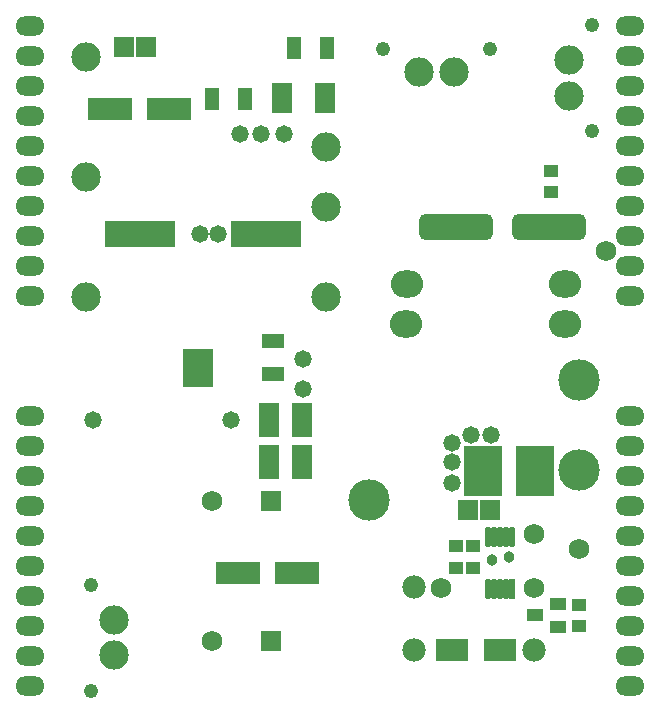
<source format=gbs>
G04*
G04 #@! TF.GenerationSoftware,Altium Limited,Altium Designer,20.1.12 (249)*
G04*
G04 Layer_Color=16711935*
%FSLAX25Y25*%
%MOIN*%
G70*
G04*
G04 #@! TF.SameCoordinates,52F10900-DB58-4C41-AEEA-7F3F7A3DCA95*
G04*
G04*
G04 #@! TF.FilePolarity,Negative*
G04*
G01*
G75*
%ADD24R,0.10249X0.13005*%
%ADD25R,0.04540X0.04343*%
%ADD29C,0.13800*%
%ADD30C,0.07800*%
%ADD31O,0.09760X0.06400*%
%ADD32C,0.09800*%
%ADD33C,0.04800*%
G04:AMPARAMS|DCode=34|XSize=248mil|YSize=88mil|CornerRadius=24mil|HoleSize=0mil|Usage=FLASHONLY|Rotation=0.000|XOffset=0mil|YOffset=0mil|HoleType=Round|Shape=RoundedRectangle|*
%AMROUNDEDRECTD34*
21,1,0.24800,0.04000,0,0,0.0*
21,1,0.20000,0.08800,0,0,0.0*
1,1,0.04800,0.10000,-0.02000*
1,1,0.04800,-0.10000,-0.02000*
1,1,0.04800,-0.10000,0.02000*
1,1,0.04800,0.10000,0.02000*
%
%ADD34ROUNDEDRECTD34*%
%ADD35O,0.10800X0.09100*%
%ADD36C,0.06800*%
%ADD37R,0.06800X0.06800*%
%ADD38C,0.03800*%
%ADD39C,0.05800*%
%ADD90R,0.10642X0.07493*%
%ADD91R,0.07493X0.04540*%
%ADD92R,0.07099X0.11430*%
%ADD93R,0.06706X0.10200*%
%ADD94R,0.13000X0.16500*%
%ADD95R,0.05800X0.04300*%
%ADD96R,0.23800X0.08800*%
%ADD97R,0.14800X0.07300*%
%ADD98R,0.04540X0.07493*%
%ADD99R,0.06509X0.06706*%
%ADD100R,0.02178X0.06902*%
%ADD101O,0.02178X0.06902*%
D24*
X188000Y216000D02*
D03*
D25*
X305500Y281784D02*
D03*
Y274500D02*
D03*
X274000Y156642D02*
D03*
Y149358D02*
D03*
X279500D02*
D03*
Y156642D02*
D03*
X315000Y129858D02*
D03*
Y137142D02*
D03*
D29*
Y212000D02*
D03*
Y182000D02*
D03*
X245000Y172000D02*
D03*
D30*
X260000Y122000D02*
D03*
X300000D02*
D03*
X260000Y143000D02*
D03*
D31*
X332000Y110000D02*
D03*
Y120000D02*
D03*
Y130000D02*
D03*
Y140000D02*
D03*
Y150000D02*
D03*
Y160000D02*
D03*
Y170000D02*
D03*
Y180000D02*
D03*
Y190000D02*
D03*
Y200000D02*
D03*
X132000Y240000D02*
D03*
Y250000D02*
D03*
Y260000D02*
D03*
Y270000D02*
D03*
Y280000D02*
D03*
Y290000D02*
D03*
Y300000D02*
D03*
Y310000D02*
D03*
Y320000D02*
D03*
Y330000D02*
D03*
X332000Y240000D02*
D03*
Y250000D02*
D03*
Y260000D02*
D03*
Y270000D02*
D03*
Y280000D02*
D03*
Y290000D02*
D03*
Y300000D02*
D03*
Y310000D02*
D03*
Y320000D02*
D03*
Y330000D02*
D03*
X132000Y110000D02*
D03*
Y120000D02*
D03*
Y130000D02*
D03*
Y140000D02*
D03*
Y150000D02*
D03*
Y160000D02*
D03*
Y170000D02*
D03*
Y180000D02*
D03*
Y190000D02*
D03*
Y200000D02*
D03*
D32*
X159899Y132000D02*
D03*
Y120200D02*
D03*
X273300Y314500D02*
D03*
X261500D02*
D03*
X311500Y306700D02*
D03*
Y318500D02*
D03*
X150500Y319500D02*
D03*
Y279500D02*
D03*
Y239500D02*
D03*
X230500D02*
D03*
Y269500D02*
D03*
Y289500D02*
D03*
D33*
X152199Y143800D02*
D03*
Y108400D02*
D03*
X285100Y322200D02*
D03*
X249700D02*
D03*
X319200Y294900D02*
D03*
Y330300D02*
D03*
D34*
X274000Y263000D02*
D03*
X305000D02*
D03*
D35*
X257200Y230500D02*
D03*
X257400Y243900D02*
D03*
X310200Y230500D02*
D03*
Y243900D02*
D03*
D36*
X192657Y125000D02*
D03*
Y171500D02*
D03*
X269000Y142500D02*
D03*
X300000Y160500D02*
D03*
Y142500D02*
D03*
X324000Y255000D02*
D03*
X315000Y155500D02*
D03*
D37*
X212343Y125000D02*
D03*
Y171500D02*
D03*
D38*
X286000Y152000D02*
D03*
X190319Y219500D02*
D03*
X185719D02*
D03*
X190319Y212500D02*
D03*
X185719D02*
D03*
X291500Y153000D02*
D03*
D39*
X272500Y184500D02*
D03*
X285500Y193500D02*
D03*
X272500Y191000D02*
D03*
Y177500D02*
D03*
X279000Y193500D02*
D03*
X188500Y260500D02*
D03*
X194500D02*
D03*
X223000Y209000D02*
D03*
Y219000D02*
D03*
X216500Y294000D02*
D03*
X209000D02*
D03*
X202000D02*
D03*
X199000Y198500D02*
D03*
X153000D02*
D03*
D90*
X272626Y122000D02*
D03*
X288374D02*
D03*
D91*
X213000Y225012D02*
D03*
Y213988D02*
D03*
D92*
X222512Y198500D02*
D03*
X211488D02*
D03*
X222512Y184500D02*
D03*
X211488D02*
D03*
D93*
X215717Y306000D02*
D03*
X230283D02*
D03*
D94*
X282800Y181500D02*
D03*
X300200D02*
D03*
D95*
X307937Y129760D02*
D03*
Y137240D02*
D03*
X300063Y133500D02*
D03*
D96*
X168500Y260500D02*
D03*
X210500D02*
D03*
D97*
X158658Y302201D02*
D03*
X178342D02*
D03*
X220843Y147500D02*
D03*
X201157D02*
D03*
D98*
X203512Y305500D02*
D03*
X192488D02*
D03*
X219976Y322500D02*
D03*
X231000D02*
D03*
D99*
X163358Y323000D02*
D03*
X170642D02*
D03*
X285142Y168500D02*
D03*
X277858D02*
D03*
D100*
X292437Y142177D02*
D03*
D101*
X290469D02*
D03*
X288500D02*
D03*
X286531D02*
D03*
X284563D02*
D03*
X292437Y159500D02*
D03*
X290469D02*
D03*
X288500D02*
D03*
X286531D02*
D03*
X284563D02*
D03*
M02*

</source>
